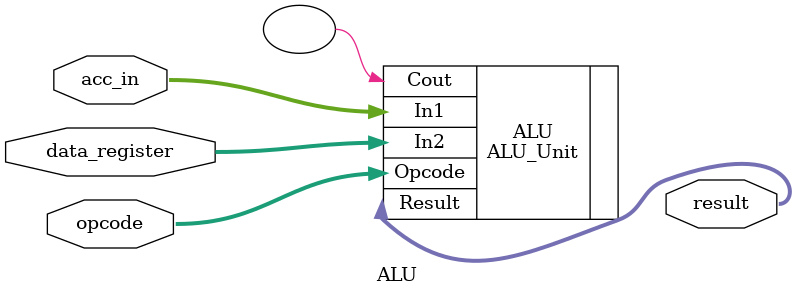
<source format=v>
`timescale 1ns / 1ps
module ALU( input [7:0] acc_in,
				input [7:0] data_register,
				input [3:0] opcode,
				output [7:0] result
				);
ALU_Unit ALU (
    .In1(acc_in), 
    .In2(data_register), 
    .Opcode(opcode), 
    .Result(result), 
    .Cout()
    );

endmodule

</source>
